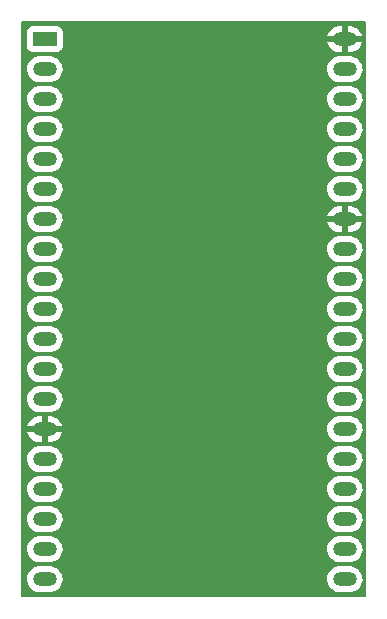
<source format=gbr>
%TF.GenerationSoftware,KiCad,Pcbnew,7.0.9-7.0.9~ubuntu20.04.1*%
%TF.CreationDate,2023-12-24T08:58:33+01:00*%
%TF.ProjectId,mitsubishi2MQTT_esp32dev,6d697473-7562-4697-9368-69324d515454,rev?*%
%TF.SameCoordinates,Original*%
%TF.FileFunction,Copper,L2,Bot*%
%TF.FilePolarity,Positive*%
%FSLAX46Y46*%
G04 Gerber Fmt 4.6, Leading zero omitted, Abs format (unit mm)*
G04 Created by KiCad (PCBNEW 7.0.9-7.0.9~ubuntu20.04.1) date 2023-12-24 08:58:33*
%MOMM*%
%LPD*%
G01*
G04 APERTURE LIST*
%TA.AperFunction,ComponentPad*%
%ADD10R,2.000000X1.200000*%
%TD*%
%TA.AperFunction,ComponentPad*%
%ADD11O,2.000000X1.200000*%
%TD*%
G04 APERTURE END LIST*
D10*
%TO.P,U1,1,3V3*%
%TO.N,3V3*%
X77960000Y-60960000D03*
D11*
%TO.P,U1,2,CHIP_PU*%
%TO.N,unconnected-(U1-CHIP_PU-Pad2)*%
X77960000Y-63500000D03*
%TO.P,U1,3,SENSOR_VP/GPIO36/ADC1_CH0*%
%TO.N,unconnected-(U1-SENSOR_VP{slash}GPIO36{slash}ADC1_CH0-Pad3)*%
X77960000Y-66040000D03*
%TO.P,U1,4,SENSOR_VN/GPIO39/ADC1_CH3*%
%TO.N,unconnected-(U1-SENSOR_VN{slash}GPIO39{slash}ADC1_CH3-Pad4)*%
X77960000Y-68580000D03*
%TO.P,U1,5,VDET_1/GPIO34/ADC1_CH6*%
%TO.N,unconnected-(U1-VDET_1{slash}GPIO34{slash}ADC1_CH6-Pad5)*%
X77960000Y-71120000D03*
%TO.P,U1,6,VDET_2/GPIO35/ADC1_CH7*%
%TO.N,unconnected-(U1-VDET_2{slash}GPIO35{slash}ADC1_CH7-Pad6)*%
X77960000Y-73660000D03*
%TO.P,U1,7,32K_XP/GPIO32/ADC1_CH4*%
%TO.N,unconnected-(U1-32K_XP{slash}GPIO32{slash}ADC1_CH4-Pad7)*%
X77960000Y-76200000D03*
%TO.P,U1,8,32K_XN/GPIO33/ADC1_CH5*%
%TO.N,unconnected-(U1-32K_XN{slash}GPIO33{slash}ADC1_CH5-Pad8)*%
X77960000Y-78740000D03*
%TO.P,U1,9,DAC_1/ADC2_CH8/GPIO25*%
%TO.N,unconnected-(U1-DAC_1{slash}ADC2_CH8{slash}GPIO25-Pad9)*%
X77960000Y-81280000D03*
%TO.P,U1,10,DAC_2/ADC2_CH9/GPIO26*%
%TO.N,unconnected-(U1-DAC_2{slash}ADC2_CH9{slash}GPIO26-Pad10)*%
X77960000Y-83820000D03*
%TO.P,U1,11,ADC2_CH7/GPIO27*%
%TO.N,unconnected-(U1-ADC2_CH7{slash}GPIO27-Pad11)*%
X77960000Y-86360000D03*
%TO.P,U1,12,MTMS/GPIO14/ADC2_CH6*%
%TO.N,unconnected-(U1-MTMS{slash}GPIO14{slash}ADC2_CH6-Pad12)*%
X77960000Y-88900000D03*
%TO.P,U1,13,MTDI/GPIO12/ADC2_CH5*%
%TO.N,unconnected-(U1-MTDI{slash}GPIO12{slash}ADC2_CH5-Pad13)*%
X77960000Y-91440000D03*
%TO.P,U1,14,GND*%
%TO.N,GND*%
X77960000Y-93980000D03*
%TO.P,U1,15,MTCK/GPIO13/ADC2_CH4*%
%TO.N,unconnected-(U1-MTCK{slash}GPIO13{slash}ADC2_CH4-Pad15)*%
X77960000Y-96520000D03*
%TO.P,U1,16,SD_DATA2/GPIO9*%
%TO.N,unconnected-(U1-SD_DATA2{slash}GPIO9-Pad16)*%
X77960000Y-99060000D03*
%TO.P,U1,17,SD_DATA3/GPIO10*%
%TO.N,unconnected-(U1-SD_DATA3{slash}GPIO10-Pad17)*%
X77960000Y-101600000D03*
%TO.P,U1,18,CMD*%
%TO.N,unconnected-(U1-CMD-Pad18)*%
X77960000Y-104140000D03*
%TO.P,U1,19,5V*%
%TO.N,5V*%
X77960000Y-106680000D03*
%TO.P,U1,20,SD_CLK/GPIO6*%
%TO.N,unconnected-(U1-SD_CLK{slash}GPIO6-Pad20)*%
X103356320Y-106677280D03*
%TO.P,U1,21,SD_DATA0/GPIO7*%
%TO.N,unconnected-(U1-SD_DATA0{slash}GPIO7-Pad21)*%
X103356320Y-104137280D03*
%TO.P,U1,22,SD_DATA1/GPIO8*%
%TO.N,unconnected-(U1-SD_DATA1{slash}GPIO8-Pad22)*%
X103360000Y-101600000D03*
%TO.P,U1,23,MTDO/GPIO15/ADC2_CH3*%
%TO.N,unconnected-(U1-MTDO{slash}GPIO15{slash}ADC2_CH3-Pad23)*%
X103360000Y-99060000D03*
%TO.P,U1,24,ADC2_CH2/GPIO2*%
%TO.N,U1RX*%
X103360000Y-96520000D03*
%TO.P,U1,25,GPIO0/BOOT/ADC2_CH1*%
%TO.N,unconnected-(U1-GPIO0{slash}BOOT{slash}ADC2_CH1-Pad25)*%
X103360000Y-93980000D03*
%TO.P,U1,26,ADC2_CH0/GPIO4*%
%TO.N,U1TX*%
X103360000Y-91440000D03*
%TO.P,U1,27,GPIO16*%
%TO.N,unconnected-(U1-GPIO16-Pad27)*%
X103360000Y-88900000D03*
%TO.P,U1,28,GPIO17*%
%TO.N,unconnected-(U1-GPIO17-Pad28)*%
X103360000Y-86360000D03*
%TO.P,U1,29,GPIO5*%
%TO.N,unconnected-(U1-GPIO5-Pad29)*%
X103360000Y-83820000D03*
%TO.P,U1,30,GPIO18*%
%TO.N,unconnected-(U1-GPIO18-Pad30)*%
X103360000Y-81280000D03*
%TO.P,U1,31,GPIO19*%
%TO.N,unconnected-(U1-GPIO19-Pad31)*%
X103360000Y-78740000D03*
%TO.P,U1,32,GND*%
%TO.N,GND*%
X103360000Y-76200000D03*
%TO.P,U1,33,GPIO21*%
%TO.N,unconnected-(U1-GPIO21-Pad33)*%
X103360000Y-73660000D03*
%TO.P,U1,34,U0RXD/GPIO3*%
%TO.N,unconnected-(U1-U0RXD{slash}GPIO3-Pad34)*%
X103360000Y-71120000D03*
%TO.P,U1,35,U0TXD/GPIO1*%
%TO.N,unconnected-(U1-U0TXD{slash}GPIO1-Pad35)*%
X103360000Y-68580000D03*
%TO.P,U1,36,GPIO22*%
%TO.N,unconnected-(U1-GPIO22-Pad36)*%
X103360000Y-66040000D03*
%TO.P,U1,37,GPIO23*%
%TO.N,unconnected-(U1-GPIO23-Pad37)*%
X103360000Y-63500000D03*
%TO.P,U1,38,GND*%
%TO.N,GND*%
X103360000Y-60960000D03*
%TD*%
%TA.AperFunction,Conductor*%
%TO.N,GND*%
G36*
X105099039Y-59455685D02*
G01*
X105144794Y-59508489D01*
X105156000Y-59560000D01*
X105156000Y-108080000D01*
X105136315Y-108147039D01*
X105083511Y-108192794D01*
X105032000Y-108204000D01*
X76070000Y-108204000D01*
X76002961Y-108184315D01*
X75957206Y-108131511D01*
X75946000Y-108080000D01*
X75946000Y-106627401D01*
X76455746Y-106627401D01*
X76465745Y-106837327D01*
X76515296Y-107041578D01*
X76515298Y-107041582D01*
X76602598Y-107232743D01*
X76602601Y-107232748D01*
X76602602Y-107232750D01*
X76602604Y-107232753D01*
X76665627Y-107321256D01*
X76724515Y-107403953D01*
X76724520Y-107403959D01*
X76876620Y-107548985D01*
X76971578Y-107610011D01*
X77053428Y-107662613D01*
X77248543Y-107740725D01*
X77351729Y-107760612D01*
X77454914Y-107780500D01*
X77454915Y-107780500D01*
X78412419Y-107780500D01*
X78412425Y-107780500D01*
X78569218Y-107765528D01*
X78770875Y-107706316D01*
X78957682Y-107610011D01*
X79122886Y-107480092D01*
X79260519Y-107321256D01*
X79262090Y-107318536D01*
X79365601Y-107139249D01*
X79365600Y-107139249D01*
X79365604Y-107139244D01*
X79434344Y-106940633D01*
X79464254Y-106732602D01*
X79459113Y-106624681D01*
X101852066Y-106624681D01*
X101862065Y-106834607D01*
X101911616Y-107038858D01*
X101911618Y-107038862D01*
X101998918Y-107230023D01*
X101998921Y-107230028D01*
X101998922Y-107230030D01*
X101998924Y-107230033D01*
X102120834Y-107401232D01*
X102120835Y-107401233D01*
X102120840Y-107401239D01*
X102272940Y-107546265D01*
X102414117Y-107636994D01*
X102449748Y-107659893D01*
X102644863Y-107738005D01*
X102748049Y-107757892D01*
X102851234Y-107777780D01*
X102851235Y-107777780D01*
X103808739Y-107777780D01*
X103808745Y-107777780D01*
X103965538Y-107762808D01*
X104167195Y-107703596D01*
X104354002Y-107607291D01*
X104519206Y-107477372D01*
X104656839Y-107318536D01*
X104761924Y-107136524D01*
X104830664Y-106937913D01*
X104860574Y-106729882D01*
X104850574Y-106519950D01*
X104801024Y-106315704D01*
X104757660Y-106220750D01*
X104713721Y-106124536D01*
X104713718Y-106124531D01*
X104713717Y-106124530D01*
X104713716Y-106124527D01*
X104591806Y-105953328D01*
X104591804Y-105953326D01*
X104591799Y-105953320D01*
X104439699Y-105808294D01*
X104262894Y-105694668D01*
X104067775Y-105616554D01*
X103861406Y-105576780D01*
X103861405Y-105576780D01*
X102903895Y-105576780D01*
X102747102Y-105591752D01*
X102747098Y-105591753D01*
X102545447Y-105650963D01*
X102358633Y-105747271D01*
X102193436Y-105877185D01*
X102193432Y-105877189D01*
X102055798Y-106036026D01*
X101950718Y-106218030D01*
X101881976Y-106416645D01*
X101881976Y-106416647D01*
X101866733Y-106522670D01*
X101852066Y-106624681D01*
X79459113Y-106624681D01*
X79454254Y-106522670D01*
X79404704Y-106318424D01*
X79403462Y-106315704D01*
X79317401Y-106127256D01*
X79317398Y-106127251D01*
X79317397Y-106127250D01*
X79317396Y-106127247D01*
X79195486Y-105956048D01*
X79195484Y-105956046D01*
X79195479Y-105956040D01*
X79043379Y-105811014D01*
X78866574Y-105697388D01*
X78859777Y-105694667D01*
X78671457Y-105619275D01*
X78671455Y-105619274D01*
X78465086Y-105579500D01*
X78465085Y-105579500D01*
X77507575Y-105579500D01*
X77350782Y-105594472D01*
X77350778Y-105594473D01*
X77149127Y-105653683D01*
X76962313Y-105749991D01*
X76797116Y-105879905D01*
X76797112Y-105879909D01*
X76659478Y-106038746D01*
X76554398Y-106220750D01*
X76485656Y-106419365D01*
X76485656Y-106419367D01*
X76456138Y-106624678D01*
X76455746Y-106627401D01*
X75946000Y-106627401D01*
X75946000Y-104087401D01*
X76455746Y-104087401D01*
X76465745Y-104297327D01*
X76515296Y-104501578D01*
X76515298Y-104501582D01*
X76602598Y-104692743D01*
X76602601Y-104692748D01*
X76602602Y-104692750D01*
X76602604Y-104692753D01*
X76665627Y-104781256D01*
X76724515Y-104863953D01*
X76724520Y-104863959D01*
X76876620Y-105008985D01*
X76971578Y-105070011D01*
X77053428Y-105122613D01*
X77248543Y-105200725D01*
X77351729Y-105220612D01*
X77454914Y-105240500D01*
X77454915Y-105240500D01*
X78412419Y-105240500D01*
X78412425Y-105240500D01*
X78569218Y-105225528D01*
X78770875Y-105166316D01*
X78957682Y-105070011D01*
X79122886Y-104940092D01*
X79260519Y-104781256D01*
X79262090Y-104778536D01*
X79365601Y-104599249D01*
X79365600Y-104599249D01*
X79365604Y-104599244D01*
X79434344Y-104400633D01*
X79464254Y-104192602D01*
X79459113Y-104084681D01*
X101852066Y-104084681D01*
X101862065Y-104294607D01*
X101911616Y-104498858D01*
X101911618Y-104498862D01*
X101998918Y-104690023D01*
X101998921Y-104690028D01*
X101998922Y-104690030D01*
X101998924Y-104690033D01*
X102120834Y-104861232D01*
X102120835Y-104861233D01*
X102120840Y-104861239D01*
X102272940Y-105006265D01*
X102414117Y-105096994D01*
X102449748Y-105119893D01*
X102644863Y-105198005D01*
X102748049Y-105217892D01*
X102851234Y-105237780D01*
X102851235Y-105237780D01*
X103808739Y-105237780D01*
X103808745Y-105237780D01*
X103965538Y-105222808D01*
X104167195Y-105163596D01*
X104354002Y-105067291D01*
X104519206Y-104937372D01*
X104656839Y-104778536D01*
X104761924Y-104596524D01*
X104830664Y-104397913D01*
X104860574Y-104189882D01*
X104850574Y-103979950D01*
X104801024Y-103775704D01*
X104757660Y-103680750D01*
X104713721Y-103584536D01*
X104713718Y-103584531D01*
X104713717Y-103584530D01*
X104713716Y-103584527D01*
X104591806Y-103413328D01*
X104591804Y-103413326D01*
X104591799Y-103413320D01*
X104439699Y-103268294D01*
X104262894Y-103154668D01*
X104067775Y-103076554D01*
X103861406Y-103036780D01*
X103861405Y-103036780D01*
X102903895Y-103036780D01*
X102747102Y-103051752D01*
X102747098Y-103051753D01*
X102545447Y-103110963D01*
X102358633Y-103207271D01*
X102193436Y-103337185D01*
X102193432Y-103337189D01*
X102055798Y-103496026D01*
X101950718Y-103678030D01*
X101881976Y-103876645D01*
X101881976Y-103876647D01*
X101866733Y-103982670D01*
X101852066Y-104084681D01*
X79459113Y-104084681D01*
X79454254Y-103982670D01*
X79404704Y-103778424D01*
X79403462Y-103775704D01*
X79317401Y-103587256D01*
X79317398Y-103587251D01*
X79317397Y-103587250D01*
X79317396Y-103587247D01*
X79195486Y-103416048D01*
X79195484Y-103416046D01*
X79195479Y-103416040D01*
X79043379Y-103271014D01*
X78866574Y-103157388D01*
X78859777Y-103154667D01*
X78671457Y-103079275D01*
X78671455Y-103079274D01*
X78465086Y-103039500D01*
X78465085Y-103039500D01*
X77507575Y-103039500D01*
X77350782Y-103054472D01*
X77350778Y-103054473D01*
X77149127Y-103113683D01*
X76962313Y-103209991D01*
X76797116Y-103339905D01*
X76797112Y-103339909D01*
X76659478Y-103498746D01*
X76554398Y-103680750D01*
X76485656Y-103879365D01*
X76485656Y-103879367D01*
X76456138Y-104084678D01*
X76455746Y-104087401D01*
X75946000Y-104087401D01*
X75946000Y-101547401D01*
X76455746Y-101547401D01*
X76465745Y-101757327D01*
X76515296Y-101961578D01*
X76515298Y-101961582D01*
X76602598Y-102152743D01*
X76602601Y-102152748D01*
X76602602Y-102152750D01*
X76602604Y-102152753D01*
X76665627Y-102241256D01*
X76724515Y-102323953D01*
X76724520Y-102323959D01*
X76876620Y-102468985D01*
X76971578Y-102530011D01*
X77053428Y-102582613D01*
X77248543Y-102660725D01*
X77351729Y-102680612D01*
X77454914Y-102700500D01*
X77454915Y-102700500D01*
X78412419Y-102700500D01*
X78412425Y-102700500D01*
X78569218Y-102685528D01*
X78770875Y-102626316D01*
X78957682Y-102530011D01*
X79122886Y-102400092D01*
X79260519Y-102241256D01*
X79365604Y-102059244D01*
X79434344Y-101860633D01*
X79464254Y-101652602D01*
X79459243Y-101547401D01*
X101855746Y-101547401D01*
X101865745Y-101757327D01*
X101915296Y-101961578D01*
X101915298Y-101961582D01*
X102002598Y-102152743D01*
X102002601Y-102152748D01*
X102002602Y-102152750D01*
X102002604Y-102152753D01*
X102065627Y-102241256D01*
X102124515Y-102323953D01*
X102124520Y-102323959D01*
X102276620Y-102468985D01*
X102371578Y-102530011D01*
X102453428Y-102582613D01*
X102648543Y-102660725D01*
X102751729Y-102680612D01*
X102854914Y-102700500D01*
X102854915Y-102700500D01*
X103812419Y-102700500D01*
X103812425Y-102700500D01*
X103969218Y-102685528D01*
X104170875Y-102626316D01*
X104357682Y-102530011D01*
X104522886Y-102400092D01*
X104660519Y-102241256D01*
X104765604Y-102059244D01*
X104834344Y-101860633D01*
X104864254Y-101652602D01*
X104854254Y-101442670D01*
X104804704Y-101238424D01*
X104804701Y-101238417D01*
X104717401Y-101047256D01*
X104717398Y-101047251D01*
X104717397Y-101047250D01*
X104717396Y-101047247D01*
X104595486Y-100876048D01*
X104595484Y-100876046D01*
X104595479Y-100876040D01*
X104443379Y-100731014D01*
X104266574Y-100617388D01*
X104071455Y-100539274D01*
X103865086Y-100499500D01*
X103865085Y-100499500D01*
X102907575Y-100499500D01*
X102750782Y-100514472D01*
X102750778Y-100514473D01*
X102549127Y-100573683D01*
X102362313Y-100669991D01*
X102197116Y-100799905D01*
X102197112Y-100799909D01*
X102059478Y-100958746D01*
X101954398Y-101140750D01*
X101885656Y-101339365D01*
X101885656Y-101339367D01*
X101870804Y-101442670D01*
X101855746Y-101547401D01*
X79459243Y-101547401D01*
X79454254Y-101442670D01*
X79404704Y-101238424D01*
X79404701Y-101238417D01*
X79317401Y-101047256D01*
X79317398Y-101047251D01*
X79317397Y-101047250D01*
X79317396Y-101047247D01*
X79195486Y-100876048D01*
X79195484Y-100876046D01*
X79195479Y-100876040D01*
X79043379Y-100731014D01*
X78866574Y-100617388D01*
X78671455Y-100539274D01*
X78465086Y-100499500D01*
X78465085Y-100499500D01*
X77507575Y-100499500D01*
X77350782Y-100514472D01*
X77350778Y-100514473D01*
X77149127Y-100573683D01*
X76962313Y-100669991D01*
X76797116Y-100799905D01*
X76797112Y-100799909D01*
X76659478Y-100958746D01*
X76554398Y-101140750D01*
X76485656Y-101339365D01*
X76485656Y-101339367D01*
X76470804Y-101442670D01*
X76455746Y-101547401D01*
X75946000Y-101547401D01*
X75946000Y-99007401D01*
X76455746Y-99007401D01*
X76465745Y-99217327D01*
X76515296Y-99421578D01*
X76515298Y-99421582D01*
X76602598Y-99612743D01*
X76602601Y-99612748D01*
X76602602Y-99612750D01*
X76602604Y-99612753D01*
X76665627Y-99701256D01*
X76724515Y-99783953D01*
X76724520Y-99783959D01*
X76876620Y-99928985D01*
X76971578Y-99990011D01*
X77053428Y-100042613D01*
X77248543Y-100120725D01*
X77351729Y-100140612D01*
X77454914Y-100160500D01*
X77454915Y-100160500D01*
X78412419Y-100160500D01*
X78412425Y-100160500D01*
X78569218Y-100145528D01*
X78770875Y-100086316D01*
X78957682Y-99990011D01*
X79122886Y-99860092D01*
X79260519Y-99701256D01*
X79365604Y-99519244D01*
X79434344Y-99320633D01*
X79464254Y-99112602D01*
X79459243Y-99007401D01*
X101855746Y-99007401D01*
X101865745Y-99217327D01*
X101915296Y-99421578D01*
X101915298Y-99421582D01*
X102002598Y-99612743D01*
X102002601Y-99612748D01*
X102002602Y-99612750D01*
X102002604Y-99612753D01*
X102065627Y-99701256D01*
X102124515Y-99783953D01*
X102124520Y-99783959D01*
X102276620Y-99928985D01*
X102371578Y-99990011D01*
X102453428Y-100042613D01*
X102648543Y-100120725D01*
X102751729Y-100140612D01*
X102854914Y-100160500D01*
X102854915Y-100160500D01*
X103812419Y-100160500D01*
X103812425Y-100160500D01*
X103969218Y-100145528D01*
X104170875Y-100086316D01*
X104357682Y-99990011D01*
X104522886Y-99860092D01*
X104660519Y-99701256D01*
X104765604Y-99519244D01*
X104834344Y-99320633D01*
X104864254Y-99112602D01*
X104854254Y-98902670D01*
X104804704Y-98698424D01*
X104804701Y-98698417D01*
X104717401Y-98507256D01*
X104717398Y-98507251D01*
X104717397Y-98507250D01*
X104717396Y-98507247D01*
X104595486Y-98336048D01*
X104595484Y-98336046D01*
X104595479Y-98336040D01*
X104443379Y-98191014D01*
X104266574Y-98077388D01*
X104071455Y-97999274D01*
X103865086Y-97959500D01*
X103865085Y-97959500D01*
X102907575Y-97959500D01*
X102750782Y-97974472D01*
X102750778Y-97974473D01*
X102549127Y-98033683D01*
X102362313Y-98129991D01*
X102197116Y-98259905D01*
X102197112Y-98259909D01*
X102059478Y-98418746D01*
X101954398Y-98600750D01*
X101885656Y-98799365D01*
X101885656Y-98799367D01*
X101870804Y-98902670D01*
X101855746Y-99007401D01*
X79459243Y-99007401D01*
X79454254Y-98902670D01*
X79404704Y-98698424D01*
X79404701Y-98698417D01*
X79317401Y-98507256D01*
X79317398Y-98507251D01*
X79317397Y-98507250D01*
X79317396Y-98507247D01*
X79195486Y-98336048D01*
X79195484Y-98336046D01*
X79195479Y-98336040D01*
X79043379Y-98191014D01*
X78866574Y-98077388D01*
X78671455Y-97999274D01*
X78465086Y-97959500D01*
X78465085Y-97959500D01*
X77507575Y-97959500D01*
X77350782Y-97974472D01*
X77350778Y-97974473D01*
X77149127Y-98033683D01*
X76962313Y-98129991D01*
X76797116Y-98259905D01*
X76797112Y-98259909D01*
X76659478Y-98418746D01*
X76554398Y-98600750D01*
X76485656Y-98799365D01*
X76485656Y-98799367D01*
X76470804Y-98902670D01*
X76455746Y-99007401D01*
X75946000Y-99007401D01*
X75946000Y-96467401D01*
X76455746Y-96467401D01*
X76465745Y-96677327D01*
X76515296Y-96881578D01*
X76515298Y-96881582D01*
X76602598Y-97072743D01*
X76602601Y-97072748D01*
X76602602Y-97072750D01*
X76602604Y-97072753D01*
X76665627Y-97161256D01*
X76724515Y-97243953D01*
X76724520Y-97243959D01*
X76876620Y-97388985D01*
X76971578Y-97450011D01*
X77053428Y-97502613D01*
X77248543Y-97580725D01*
X77351729Y-97600612D01*
X77454914Y-97620500D01*
X77454915Y-97620500D01*
X78412419Y-97620500D01*
X78412425Y-97620500D01*
X78569218Y-97605528D01*
X78770875Y-97546316D01*
X78957682Y-97450011D01*
X79122886Y-97320092D01*
X79260519Y-97161256D01*
X79365604Y-96979244D01*
X79434344Y-96780633D01*
X79464254Y-96572602D01*
X79459243Y-96467401D01*
X101855746Y-96467401D01*
X101865745Y-96677327D01*
X101915296Y-96881578D01*
X101915298Y-96881582D01*
X102002598Y-97072743D01*
X102002601Y-97072748D01*
X102002602Y-97072750D01*
X102002604Y-97072753D01*
X102065627Y-97161256D01*
X102124515Y-97243953D01*
X102124520Y-97243959D01*
X102276620Y-97388985D01*
X102371578Y-97450011D01*
X102453428Y-97502613D01*
X102648543Y-97580725D01*
X102751729Y-97600612D01*
X102854914Y-97620500D01*
X102854915Y-97620500D01*
X103812419Y-97620500D01*
X103812425Y-97620500D01*
X103969218Y-97605528D01*
X104170875Y-97546316D01*
X104357682Y-97450011D01*
X104522886Y-97320092D01*
X104660519Y-97161256D01*
X104765604Y-96979244D01*
X104834344Y-96780633D01*
X104864254Y-96572602D01*
X104854254Y-96362670D01*
X104804704Y-96158424D01*
X104804701Y-96158417D01*
X104717401Y-95967256D01*
X104717398Y-95967251D01*
X104717397Y-95967250D01*
X104717396Y-95967247D01*
X104595486Y-95796048D01*
X104595484Y-95796046D01*
X104595479Y-95796040D01*
X104443379Y-95651014D01*
X104266574Y-95537388D01*
X104071455Y-95459274D01*
X103865086Y-95419500D01*
X103865085Y-95419500D01*
X102907575Y-95419500D01*
X102750782Y-95434472D01*
X102750778Y-95434473D01*
X102549127Y-95493683D01*
X102362313Y-95589991D01*
X102197116Y-95719905D01*
X102197112Y-95719909D01*
X102059478Y-95878746D01*
X101954398Y-96060750D01*
X101885656Y-96259365D01*
X101885656Y-96259367D01*
X101870804Y-96362670D01*
X101855746Y-96467401D01*
X79459243Y-96467401D01*
X79454254Y-96362670D01*
X79404704Y-96158424D01*
X79404701Y-96158417D01*
X79317401Y-95967256D01*
X79317398Y-95967251D01*
X79317397Y-95967250D01*
X79317396Y-95967247D01*
X79195486Y-95796048D01*
X79195484Y-95796046D01*
X79195479Y-95796040D01*
X79043379Y-95651014D01*
X78866574Y-95537388D01*
X78671455Y-95459274D01*
X78465086Y-95419500D01*
X78465085Y-95419500D01*
X77507575Y-95419500D01*
X77350782Y-95434472D01*
X77350778Y-95434473D01*
X77149127Y-95493683D01*
X76962313Y-95589991D01*
X76797116Y-95719905D01*
X76797112Y-95719909D01*
X76659478Y-95878746D01*
X76554398Y-96060750D01*
X76485656Y-96259365D01*
X76485656Y-96259367D01*
X76470804Y-96362670D01*
X76455746Y-96467401D01*
X75946000Y-96467401D01*
X75946000Y-93730000D01*
X76484632Y-93730000D01*
X77644314Y-93730000D01*
X77632359Y-93741955D01*
X77574835Y-93854852D01*
X77555014Y-93980000D01*
X77574835Y-94105148D01*
X77632359Y-94218045D01*
X77644314Y-94230000D01*
X76488742Y-94230000D01*
X76515770Y-94341409D01*
X76603040Y-94532507D01*
X76724889Y-94703619D01*
X76724895Y-94703625D01*
X76876932Y-94848592D01*
X77053657Y-94962166D01*
X77248685Y-95040244D01*
X77454962Y-95080000D01*
X77710000Y-95080000D01*
X77710000Y-94295686D01*
X77721955Y-94307641D01*
X77834852Y-94365165D01*
X77928519Y-94380000D01*
X77991481Y-94380000D01*
X78085148Y-94365165D01*
X78198045Y-94307641D01*
X78210000Y-94295686D01*
X78210000Y-95080000D01*
X78412398Y-95080000D01*
X78569122Y-95065034D01*
X78569126Y-95065033D01*
X78770686Y-95005850D01*
X78957414Y-94909586D01*
X79122537Y-94779731D01*
X79122540Y-94779728D01*
X79260105Y-94620969D01*
X79260114Y-94620958D01*
X79365144Y-94439039D01*
X79365147Y-94439032D01*
X79433855Y-94240517D01*
X79433855Y-94240515D01*
X79435368Y-94230000D01*
X78275686Y-94230000D01*
X78287641Y-94218045D01*
X78345165Y-94105148D01*
X78364986Y-93980000D01*
X78356655Y-93927401D01*
X101855746Y-93927401D01*
X101865745Y-94137327D01*
X101915296Y-94341578D01*
X101915298Y-94341582D01*
X102002598Y-94532743D01*
X102002601Y-94532748D01*
X102002602Y-94532750D01*
X102002604Y-94532753D01*
X102065627Y-94621256D01*
X102124515Y-94703953D01*
X102124520Y-94703959D01*
X102276620Y-94848985D01*
X102371578Y-94910011D01*
X102453428Y-94962613D01*
X102648543Y-95040725D01*
X102751729Y-95060612D01*
X102854914Y-95080500D01*
X102854915Y-95080500D01*
X103812419Y-95080500D01*
X103812425Y-95080500D01*
X103969218Y-95065528D01*
X104170875Y-95006316D01*
X104357682Y-94910011D01*
X104358223Y-94909586D01*
X104522883Y-94780094D01*
X104522886Y-94780092D01*
X104660519Y-94621256D01*
X104765604Y-94439244D01*
X104834344Y-94240633D01*
X104864254Y-94032602D01*
X104854254Y-93822670D01*
X104804704Y-93618424D01*
X104793931Y-93594835D01*
X104717401Y-93427256D01*
X104717398Y-93427251D01*
X104717397Y-93427250D01*
X104717396Y-93427247D01*
X104595486Y-93256048D01*
X104595484Y-93256046D01*
X104595479Y-93256040D01*
X104443379Y-93111014D01*
X104266574Y-92997388D01*
X104071455Y-92919274D01*
X103865086Y-92879500D01*
X103865085Y-92879500D01*
X102907575Y-92879500D01*
X102750782Y-92894472D01*
X102750778Y-92894473D01*
X102549127Y-92953683D01*
X102362313Y-93049991D01*
X102197116Y-93179905D01*
X102197112Y-93179909D01*
X102059478Y-93338746D01*
X101954398Y-93520750D01*
X101885656Y-93719365D01*
X101885656Y-93719367D01*
X101866177Y-93854852D01*
X101855746Y-93927401D01*
X78356655Y-93927401D01*
X78345165Y-93854852D01*
X78287641Y-93741955D01*
X78275686Y-93730000D01*
X79431257Y-93730000D01*
X79404229Y-93618590D01*
X79316959Y-93427492D01*
X79195110Y-93256380D01*
X79195104Y-93256374D01*
X79043067Y-93111407D01*
X78866342Y-92997833D01*
X78671314Y-92919755D01*
X78465038Y-92880000D01*
X78210000Y-92880000D01*
X78210000Y-93664314D01*
X78198045Y-93652359D01*
X78085148Y-93594835D01*
X77991481Y-93580000D01*
X77928519Y-93580000D01*
X77834852Y-93594835D01*
X77721955Y-93652359D01*
X77710000Y-93664314D01*
X77710000Y-92880000D01*
X77507602Y-92880000D01*
X77350877Y-92894965D01*
X77350873Y-92894966D01*
X77149313Y-92954149D01*
X76962585Y-93050413D01*
X76797462Y-93180268D01*
X76797459Y-93180271D01*
X76659894Y-93339030D01*
X76659885Y-93339041D01*
X76554855Y-93520960D01*
X76554852Y-93520967D01*
X76486144Y-93719482D01*
X76486144Y-93719484D01*
X76484632Y-93730000D01*
X75946000Y-93730000D01*
X75946000Y-91387401D01*
X76455746Y-91387401D01*
X76465745Y-91597327D01*
X76515296Y-91801578D01*
X76515298Y-91801582D01*
X76602598Y-91992743D01*
X76602601Y-91992748D01*
X76602602Y-91992750D01*
X76602604Y-91992753D01*
X76665627Y-92081256D01*
X76724515Y-92163953D01*
X76724520Y-92163959D01*
X76876620Y-92308985D01*
X76971578Y-92370011D01*
X77053428Y-92422613D01*
X77248543Y-92500725D01*
X77351729Y-92520612D01*
X77454914Y-92540500D01*
X77454915Y-92540500D01*
X78412419Y-92540500D01*
X78412425Y-92540500D01*
X78569218Y-92525528D01*
X78770875Y-92466316D01*
X78957682Y-92370011D01*
X79122886Y-92240092D01*
X79260519Y-92081256D01*
X79365604Y-91899244D01*
X79434344Y-91700633D01*
X79464254Y-91492602D01*
X79459243Y-91387401D01*
X101855746Y-91387401D01*
X101865745Y-91597327D01*
X101915296Y-91801578D01*
X101915298Y-91801582D01*
X102002598Y-91992743D01*
X102002601Y-91992748D01*
X102002602Y-91992750D01*
X102002604Y-91992753D01*
X102065627Y-92081256D01*
X102124515Y-92163953D01*
X102124520Y-92163959D01*
X102276620Y-92308985D01*
X102371578Y-92370011D01*
X102453428Y-92422613D01*
X102648543Y-92500725D01*
X102751729Y-92520612D01*
X102854914Y-92540500D01*
X102854915Y-92540500D01*
X103812419Y-92540500D01*
X103812425Y-92540500D01*
X103969218Y-92525528D01*
X104170875Y-92466316D01*
X104357682Y-92370011D01*
X104522886Y-92240092D01*
X104660519Y-92081256D01*
X104765604Y-91899244D01*
X104834344Y-91700633D01*
X104864254Y-91492602D01*
X104854254Y-91282670D01*
X104804704Y-91078424D01*
X104804701Y-91078417D01*
X104717401Y-90887256D01*
X104717398Y-90887251D01*
X104717397Y-90887250D01*
X104717396Y-90887247D01*
X104595486Y-90716048D01*
X104595484Y-90716046D01*
X104595479Y-90716040D01*
X104443379Y-90571014D01*
X104266574Y-90457388D01*
X104071455Y-90379274D01*
X103865086Y-90339500D01*
X103865085Y-90339500D01*
X102907575Y-90339500D01*
X102750782Y-90354472D01*
X102750778Y-90354473D01*
X102549127Y-90413683D01*
X102362313Y-90509991D01*
X102197116Y-90639905D01*
X102197112Y-90639909D01*
X102059478Y-90798746D01*
X101954398Y-90980750D01*
X101885656Y-91179365D01*
X101885656Y-91179367D01*
X101870804Y-91282670D01*
X101855746Y-91387401D01*
X79459243Y-91387401D01*
X79454254Y-91282670D01*
X79404704Y-91078424D01*
X79404701Y-91078417D01*
X79317401Y-90887256D01*
X79317398Y-90887251D01*
X79317397Y-90887250D01*
X79317396Y-90887247D01*
X79195486Y-90716048D01*
X79195484Y-90716046D01*
X79195479Y-90716040D01*
X79043379Y-90571014D01*
X78866574Y-90457388D01*
X78671455Y-90379274D01*
X78465086Y-90339500D01*
X78465085Y-90339500D01*
X77507575Y-90339500D01*
X77350782Y-90354472D01*
X77350778Y-90354473D01*
X77149127Y-90413683D01*
X76962313Y-90509991D01*
X76797116Y-90639905D01*
X76797112Y-90639909D01*
X76659478Y-90798746D01*
X76554398Y-90980750D01*
X76485656Y-91179365D01*
X76485656Y-91179367D01*
X76470804Y-91282670D01*
X76455746Y-91387401D01*
X75946000Y-91387401D01*
X75946000Y-88847401D01*
X76455746Y-88847401D01*
X76465745Y-89057327D01*
X76515296Y-89261578D01*
X76515298Y-89261582D01*
X76602598Y-89452743D01*
X76602601Y-89452748D01*
X76602602Y-89452750D01*
X76602604Y-89452753D01*
X76665627Y-89541256D01*
X76724515Y-89623953D01*
X76724520Y-89623959D01*
X76876620Y-89768985D01*
X76971578Y-89830011D01*
X77053428Y-89882613D01*
X77248543Y-89960725D01*
X77351729Y-89980612D01*
X77454914Y-90000500D01*
X77454915Y-90000500D01*
X78412419Y-90000500D01*
X78412425Y-90000500D01*
X78569218Y-89985528D01*
X78770875Y-89926316D01*
X78957682Y-89830011D01*
X79122886Y-89700092D01*
X79260519Y-89541256D01*
X79365604Y-89359244D01*
X79434344Y-89160633D01*
X79464254Y-88952602D01*
X79459243Y-88847401D01*
X101855746Y-88847401D01*
X101865745Y-89057327D01*
X101915296Y-89261578D01*
X101915298Y-89261582D01*
X102002598Y-89452743D01*
X102002601Y-89452748D01*
X102002602Y-89452750D01*
X102002604Y-89452753D01*
X102065627Y-89541256D01*
X102124515Y-89623953D01*
X102124520Y-89623959D01*
X102276620Y-89768985D01*
X102371578Y-89830011D01*
X102453428Y-89882613D01*
X102648543Y-89960725D01*
X102751729Y-89980612D01*
X102854914Y-90000500D01*
X102854915Y-90000500D01*
X103812419Y-90000500D01*
X103812425Y-90000500D01*
X103969218Y-89985528D01*
X104170875Y-89926316D01*
X104357682Y-89830011D01*
X104522886Y-89700092D01*
X104660519Y-89541256D01*
X104765604Y-89359244D01*
X104834344Y-89160633D01*
X104864254Y-88952602D01*
X104854254Y-88742670D01*
X104804704Y-88538424D01*
X104804701Y-88538417D01*
X104717401Y-88347256D01*
X104717398Y-88347251D01*
X104717397Y-88347250D01*
X104717396Y-88347247D01*
X104595486Y-88176048D01*
X104595484Y-88176046D01*
X104595479Y-88176040D01*
X104443379Y-88031014D01*
X104266574Y-87917388D01*
X104071455Y-87839274D01*
X103865086Y-87799500D01*
X103865085Y-87799500D01*
X102907575Y-87799500D01*
X102750782Y-87814472D01*
X102750778Y-87814473D01*
X102549127Y-87873683D01*
X102362313Y-87969991D01*
X102197116Y-88099905D01*
X102197112Y-88099909D01*
X102059478Y-88258746D01*
X101954398Y-88440750D01*
X101885656Y-88639365D01*
X101885656Y-88639367D01*
X101870804Y-88742670D01*
X101855746Y-88847401D01*
X79459243Y-88847401D01*
X79454254Y-88742670D01*
X79404704Y-88538424D01*
X79404701Y-88538417D01*
X79317401Y-88347256D01*
X79317398Y-88347251D01*
X79317397Y-88347250D01*
X79317396Y-88347247D01*
X79195486Y-88176048D01*
X79195484Y-88176046D01*
X79195479Y-88176040D01*
X79043379Y-88031014D01*
X78866574Y-87917388D01*
X78671455Y-87839274D01*
X78465086Y-87799500D01*
X78465085Y-87799500D01*
X77507575Y-87799500D01*
X77350782Y-87814472D01*
X77350778Y-87814473D01*
X77149127Y-87873683D01*
X76962313Y-87969991D01*
X76797116Y-88099905D01*
X76797112Y-88099909D01*
X76659478Y-88258746D01*
X76554398Y-88440750D01*
X76485656Y-88639365D01*
X76485656Y-88639367D01*
X76470804Y-88742670D01*
X76455746Y-88847401D01*
X75946000Y-88847401D01*
X75946000Y-86307401D01*
X76455746Y-86307401D01*
X76465745Y-86517327D01*
X76515296Y-86721578D01*
X76515298Y-86721582D01*
X76602598Y-86912743D01*
X76602601Y-86912748D01*
X76602602Y-86912750D01*
X76602604Y-86912753D01*
X76665627Y-87001256D01*
X76724515Y-87083953D01*
X76724520Y-87083959D01*
X76876620Y-87228985D01*
X76971578Y-87290011D01*
X77053428Y-87342613D01*
X77248543Y-87420725D01*
X77351729Y-87440612D01*
X77454914Y-87460500D01*
X77454915Y-87460500D01*
X78412419Y-87460500D01*
X78412425Y-87460500D01*
X78569218Y-87445528D01*
X78770875Y-87386316D01*
X78957682Y-87290011D01*
X79122886Y-87160092D01*
X79260519Y-87001256D01*
X79365604Y-86819244D01*
X79434344Y-86620633D01*
X79464254Y-86412602D01*
X79459243Y-86307401D01*
X101855746Y-86307401D01*
X101865745Y-86517327D01*
X101915296Y-86721578D01*
X101915298Y-86721582D01*
X102002598Y-86912743D01*
X102002601Y-86912748D01*
X102002602Y-86912750D01*
X102002604Y-86912753D01*
X102065627Y-87001256D01*
X102124515Y-87083953D01*
X102124520Y-87083959D01*
X102276620Y-87228985D01*
X102371578Y-87290011D01*
X102453428Y-87342613D01*
X102648543Y-87420725D01*
X102751729Y-87440612D01*
X102854914Y-87460500D01*
X102854915Y-87460500D01*
X103812419Y-87460500D01*
X103812425Y-87460500D01*
X103969218Y-87445528D01*
X104170875Y-87386316D01*
X104357682Y-87290011D01*
X104522886Y-87160092D01*
X104660519Y-87001256D01*
X104765604Y-86819244D01*
X104834344Y-86620633D01*
X104864254Y-86412602D01*
X104854254Y-86202670D01*
X104804704Y-85998424D01*
X104804701Y-85998417D01*
X104717401Y-85807256D01*
X104717398Y-85807251D01*
X104717397Y-85807250D01*
X104717396Y-85807247D01*
X104595486Y-85636048D01*
X104595484Y-85636046D01*
X104595479Y-85636040D01*
X104443379Y-85491014D01*
X104266574Y-85377388D01*
X104071455Y-85299274D01*
X103865086Y-85259500D01*
X103865085Y-85259500D01*
X102907575Y-85259500D01*
X102750782Y-85274472D01*
X102750778Y-85274473D01*
X102549127Y-85333683D01*
X102362313Y-85429991D01*
X102197116Y-85559905D01*
X102197112Y-85559909D01*
X102059478Y-85718746D01*
X101954398Y-85900750D01*
X101885656Y-86099365D01*
X101885656Y-86099367D01*
X101870804Y-86202670D01*
X101855746Y-86307401D01*
X79459243Y-86307401D01*
X79454254Y-86202670D01*
X79404704Y-85998424D01*
X79404701Y-85998417D01*
X79317401Y-85807256D01*
X79317398Y-85807251D01*
X79317397Y-85807250D01*
X79317396Y-85807247D01*
X79195486Y-85636048D01*
X79195484Y-85636046D01*
X79195479Y-85636040D01*
X79043379Y-85491014D01*
X78866574Y-85377388D01*
X78671455Y-85299274D01*
X78465086Y-85259500D01*
X78465085Y-85259500D01*
X77507575Y-85259500D01*
X77350782Y-85274472D01*
X77350778Y-85274473D01*
X77149127Y-85333683D01*
X76962313Y-85429991D01*
X76797116Y-85559905D01*
X76797112Y-85559909D01*
X76659478Y-85718746D01*
X76554398Y-85900750D01*
X76485656Y-86099365D01*
X76485656Y-86099367D01*
X76470804Y-86202670D01*
X76455746Y-86307401D01*
X75946000Y-86307401D01*
X75946000Y-83767401D01*
X76455746Y-83767401D01*
X76465745Y-83977327D01*
X76515296Y-84181578D01*
X76515298Y-84181582D01*
X76602598Y-84372743D01*
X76602601Y-84372748D01*
X76602602Y-84372750D01*
X76602604Y-84372753D01*
X76665627Y-84461256D01*
X76724515Y-84543953D01*
X76724520Y-84543959D01*
X76876620Y-84688985D01*
X76971578Y-84750011D01*
X77053428Y-84802613D01*
X77248543Y-84880725D01*
X77351729Y-84900612D01*
X77454914Y-84920500D01*
X77454915Y-84920500D01*
X78412419Y-84920500D01*
X78412425Y-84920500D01*
X78569218Y-84905528D01*
X78770875Y-84846316D01*
X78957682Y-84750011D01*
X79122886Y-84620092D01*
X79260519Y-84461256D01*
X79365604Y-84279244D01*
X79434344Y-84080633D01*
X79464254Y-83872602D01*
X79459243Y-83767401D01*
X101855746Y-83767401D01*
X101865745Y-83977327D01*
X101915296Y-84181578D01*
X101915298Y-84181582D01*
X102002598Y-84372743D01*
X102002601Y-84372748D01*
X102002602Y-84372750D01*
X102002604Y-84372753D01*
X102065627Y-84461256D01*
X102124515Y-84543953D01*
X102124520Y-84543959D01*
X102276620Y-84688985D01*
X102371578Y-84750011D01*
X102453428Y-84802613D01*
X102648543Y-84880725D01*
X102751729Y-84900612D01*
X102854914Y-84920500D01*
X102854915Y-84920500D01*
X103812419Y-84920500D01*
X103812425Y-84920500D01*
X103969218Y-84905528D01*
X104170875Y-84846316D01*
X104357682Y-84750011D01*
X104522886Y-84620092D01*
X104660519Y-84461256D01*
X104765604Y-84279244D01*
X104834344Y-84080633D01*
X104864254Y-83872602D01*
X104854254Y-83662670D01*
X104804704Y-83458424D01*
X104804701Y-83458417D01*
X104717401Y-83267256D01*
X104717398Y-83267251D01*
X104717397Y-83267250D01*
X104717396Y-83267247D01*
X104595486Y-83096048D01*
X104595484Y-83096046D01*
X104595479Y-83096040D01*
X104443379Y-82951014D01*
X104266574Y-82837388D01*
X104071455Y-82759274D01*
X103865086Y-82719500D01*
X103865085Y-82719500D01*
X102907575Y-82719500D01*
X102750782Y-82734472D01*
X102750778Y-82734473D01*
X102549127Y-82793683D01*
X102362313Y-82889991D01*
X102197116Y-83019905D01*
X102197112Y-83019909D01*
X102059478Y-83178746D01*
X101954398Y-83360750D01*
X101885656Y-83559365D01*
X101885656Y-83559367D01*
X101870804Y-83662670D01*
X101855746Y-83767401D01*
X79459243Y-83767401D01*
X79454254Y-83662670D01*
X79404704Y-83458424D01*
X79404701Y-83458417D01*
X79317401Y-83267256D01*
X79317398Y-83267251D01*
X79317397Y-83267250D01*
X79317396Y-83267247D01*
X79195486Y-83096048D01*
X79195484Y-83096046D01*
X79195479Y-83096040D01*
X79043379Y-82951014D01*
X78866574Y-82837388D01*
X78671455Y-82759274D01*
X78465086Y-82719500D01*
X78465085Y-82719500D01*
X77507575Y-82719500D01*
X77350782Y-82734472D01*
X77350778Y-82734473D01*
X77149127Y-82793683D01*
X76962313Y-82889991D01*
X76797116Y-83019905D01*
X76797112Y-83019909D01*
X76659478Y-83178746D01*
X76554398Y-83360750D01*
X76485656Y-83559365D01*
X76485656Y-83559367D01*
X76470804Y-83662670D01*
X76455746Y-83767401D01*
X75946000Y-83767401D01*
X75946000Y-81227401D01*
X76455746Y-81227401D01*
X76465745Y-81437327D01*
X76515296Y-81641578D01*
X76515298Y-81641582D01*
X76602598Y-81832743D01*
X76602601Y-81832748D01*
X76602602Y-81832750D01*
X76602604Y-81832753D01*
X76665627Y-81921256D01*
X76724515Y-82003953D01*
X76724520Y-82003959D01*
X76876620Y-82148985D01*
X76971578Y-82210011D01*
X77053428Y-82262613D01*
X77248543Y-82340725D01*
X77351729Y-82360612D01*
X77454914Y-82380500D01*
X77454915Y-82380500D01*
X78412419Y-82380500D01*
X78412425Y-82380500D01*
X78569218Y-82365528D01*
X78770875Y-82306316D01*
X78957682Y-82210011D01*
X79122886Y-82080092D01*
X79260519Y-81921256D01*
X79365604Y-81739244D01*
X79434344Y-81540633D01*
X79464254Y-81332602D01*
X79459243Y-81227401D01*
X101855746Y-81227401D01*
X101865745Y-81437327D01*
X101915296Y-81641578D01*
X101915298Y-81641582D01*
X102002598Y-81832743D01*
X102002601Y-81832748D01*
X102002602Y-81832750D01*
X102002604Y-81832753D01*
X102065627Y-81921256D01*
X102124515Y-82003953D01*
X102124520Y-82003959D01*
X102276620Y-82148985D01*
X102371578Y-82210011D01*
X102453428Y-82262613D01*
X102648543Y-82340725D01*
X102751729Y-82360612D01*
X102854914Y-82380500D01*
X102854915Y-82380500D01*
X103812419Y-82380500D01*
X103812425Y-82380500D01*
X103969218Y-82365528D01*
X104170875Y-82306316D01*
X104357682Y-82210011D01*
X104522886Y-82080092D01*
X104660519Y-81921256D01*
X104765604Y-81739244D01*
X104834344Y-81540633D01*
X104864254Y-81332602D01*
X104854254Y-81122670D01*
X104804704Y-80918424D01*
X104804701Y-80918417D01*
X104717401Y-80727256D01*
X104717398Y-80727251D01*
X104717397Y-80727250D01*
X104717396Y-80727247D01*
X104595486Y-80556048D01*
X104595484Y-80556046D01*
X104595479Y-80556040D01*
X104443379Y-80411014D01*
X104266574Y-80297388D01*
X104071455Y-80219274D01*
X103865086Y-80179500D01*
X103865085Y-80179500D01*
X102907575Y-80179500D01*
X102750782Y-80194472D01*
X102750778Y-80194473D01*
X102549127Y-80253683D01*
X102362313Y-80349991D01*
X102197116Y-80479905D01*
X102197112Y-80479909D01*
X102059478Y-80638746D01*
X101954398Y-80820750D01*
X101885656Y-81019365D01*
X101885656Y-81019367D01*
X101870804Y-81122670D01*
X101855746Y-81227401D01*
X79459243Y-81227401D01*
X79454254Y-81122670D01*
X79404704Y-80918424D01*
X79404701Y-80918417D01*
X79317401Y-80727256D01*
X79317398Y-80727251D01*
X79317397Y-80727250D01*
X79317396Y-80727247D01*
X79195486Y-80556048D01*
X79195484Y-80556046D01*
X79195479Y-80556040D01*
X79043379Y-80411014D01*
X78866574Y-80297388D01*
X78671455Y-80219274D01*
X78465086Y-80179500D01*
X78465085Y-80179500D01*
X77507575Y-80179500D01*
X77350782Y-80194472D01*
X77350778Y-80194473D01*
X77149127Y-80253683D01*
X76962313Y-80349991D01*
X76797116Y-80479905D01*
X76797112Y-80479909D01*
X76659478Y-80638746D01*
X76554398Y-80820750D01*
X76485656Y-81019365D01*
X76485656Y-81019367D01*
X76470804Y-81122670D01*
X76455746Y-81227401D01*
X75946000Y-81227401D01*
X75946000Y-78687401D01*
X76455746Y-78687401D01*
X76465745Y-78897327D01*
X76515296Y-79101578D01*
X76515298Y-79101582D01*
X76602598Y-79292743D01*
X76602601Y-79292748D01*
X76602602Y-79292750D01*
X76602604Y-79292753D01*
X76665627Y-79381256D01*
X76724515Y-79463953D01*
X76724520Y-79463959D01*
X76876620Y-79608985D01*
X76971578Y-79670011D01*
X77053428Y-79722613D01*
X77248543Y-79800725D01*
X77351729Y-79820612D01*
X77454914Y-79840500D01*
X77454915Y-79840500D01*
X78412419Y-79840500D01*
X78412425Y-79840500D01*
X78569218Y-79825528D01*
X78770875Y-79766316D01*
X78957682Y-79670011D01*
X79122886Y-79540092D01*
X79260519Y-79381256D01*
X79365604Y-79199244D01*
X79434344Y-79000633D01*
X79464254Y-78792602D01*
X79459243Y-78687401D01*
X101855746Y-78687401D01*
X101865745Y-78897327D01*
X101915296Y-79101578D01*
X101915298Y-79101582D01*
X102002598Y-79292743D01*
X102002601Y-79292748D01*
X102002602Y-79292750D01*
X102002604Y-79292753D01*
X102065627Y-79381256D01*
X102124515Y-79463953D01*
X102124520Y-79463959D01*
X102276620Y-79608985D01*
X102371578Y-79670011D01*
X102453428Y-79722613D01*
X102648543Y-79800725D01*
X102751729Y-79820612D01*
X102854914Y-79840500D01*
X102854915Y-79840500D01*
X103812419Y-79840500D01*
X103812425Y-79840500D01*
X103969218Y-79825528D01*
X104170875Y-79766316D01*
X104357682Y-79670011D01*
X104522886Y-79540092D01*
X104660519Y-79381256D01*
X104765604Y-79199244D01*
X104834344Y-79000633D01*
X104864254Y-78792602D01*
X104854254Y-78582670D01*
X104804704Y-78378424D01*
X104804701Y-78378417D01*
X104717401Y-78187256D01*
X104717398Y-78187251D01*
X104717397Y-78187250D01*
X104717396Y-78187247D01*
X104595486Y-78016048D01*
X104595484Y-78016046D01*
X104595479Y-78016040D01*
X104443379Y-77871014D01*
X104266574Y-77757388D01*
X104071455Y-77679274D01*
X103865086Y-77639500D01*
X103865085Y-77639500D01*
X102907575Y-77639500D01*
X102750782Y-77654472D01*
X102750778Y-77654473D01*
X102549127Y-77713683D01*
X102362313Y-77809991D01*
X102197116Y-77939905D01*
X102197112Y-77939909D01*
X102059478Y-78098746D01*
X101954398Y-78280750D01*
X101885656Y-78479365D01*
X101885656Y-78479367D01*
X101870804Y-78582670D01*
X101855746Y-78687401D01*
X79459243Y-78687401D01*
X79454254Y-78582670D01*
X79404704Y-78378424D01*
X79404701Y-78378417D01*
X79317401Y-78187256D01*
X79317398Y-78187251D01*
X79317397Y-78187250D01*
X79317396Y-78187247D01*
X79195486Y-78016048D01*
X79195484Y-78016046D01*
X79195479Y-78016040D01*
X79043379Y-77871014D01*
X78866574Y-77757388D01*
X78671455Y-77679274D01*
X78465086Y-77639500D01*
X78465085Y-77639500D01*
X77507575Y-77639500D01*
X77350782Y-77654472D01*
X77350778Y-77654473D01*
X77149127Y-77713683D01*
X76962313Y-77809991D01*
X76797116Y-77939905D01*
X76797112Y-77939909D01*
X76659478Y-78098746D01*
X76554398Y-78280750D01*
X76485656Y-78479365D01*
X76485656Y-78479367D01*
X76470804Y-78582670D01*
X76455746Y-78687401D01*
X75946000Y-78687401D01*
X75946000Y-76147401D01*
X76455746Y-76147401D01*
X76465745Y-76357327D01*
X76515296Y-76561578D01*
X76515298Y-76561582D01*
X76602598Y-76752743D01*
X76602601Y-76752748D01*
X76602602Y-76752750D01*
X76602604Y-76752753D01*
X76665627Y-76841256D01*
X76724515Y-76923953D01*
X76724520Y-76923959D01*
X76876620Y-77068985D01*
X76971578Y-77130011D01*
X77053428Y-77182613D01*
X77248543Y-77260725D01*
X77351729Y-77280612D01*
X77454914Y-77300500D01*
X77454915Y-77300500D01*
X78412419Y-77300500D01*
X78412425Y-77300500D01*
X78569218Y-77285528D01*
X78770875Y-77226316D01*
X78957682Y-77130011D01*
X78958223Y-77129586D01*
X79122883Y-77000094D01*
X79122886Y-77000092D01*
X79260519Y-76841256D01*
X79365604Y-76659244D01*
X79434344Y-76460633D01*
X79464254Y-76252602D01*
X79454254Y-76042670D01*
X79431772Y-75950000D01*
X101884632Y-75950000D01*
X103044314Y-75950000D01*
X103032359Y-75961955D01*
X102974835Y-76074852D01*
X102955014Y-76200000D01*
X102974835Y-76325148D01*
X103032359Y-76438045D01*
X103044314Y-76450000D01*
X101888742Y-76450000D01*
X101915770Y-76561409D01*
X102003040Y-76752507D01*
X102124889Y-76923619D01*
X102124895Y-76923625D01*
X102276932Y-77068592D01*
X102453657Y-77182166D01*
X102648685Y-77260244D01*
X102854962Y-77300000D01*
X103110000Y-77300000D01*
X103110000Y-76515686D01*
X103121955Y-76527641D01*
X103234852Y-76585165D01*
X103328519Y-76600000D01*
X103391481Y-76600000D01*
X103485148Y-76585165D01*
X103598045Y-76527641D01*
X103610000Y-76515686D01*
X103610000Y-77300000D01*
X103812398Y-77300000D01*
X103969122Y-77285034D01*
X103969126Y-77285033D01*
X104170686Y-77225850D01*
X104357414Y-77129586D01*
X104522537Y-76999731D01*
X104522540Y-76999728D01*
X104660105Y-76840969D01*
X104660114Y-76840958D01*
X104765144Y-76659039D01*
X104765147Y-76659032D01*
X104833855Y-76460517D01*
X104833855Y-76460515D01*
X104835368Y-76450000D01*
X103675686Y-76450000D01*
X103687641Y-76438045D01*
X103745165Y-76325148D01*
X103764986Y-76200000D01*
X103745165Y-76074852D01*
X103687641Y-75961955D01*
X103675686Y-75950000D01*
X104831257Y-75950000D01*
X104804229Y-75838590D01*
X104716959Y-75647492D01*
X104595110Y-75476380D01*
X104595104Y-75476374D01*
X104443067Y-75331407D01*
X104266342Y-75217833D01*
X104071314Y-75139755D01*
X103865038Y-75100000D01*
X103610000Y-75100000D01*
X103610000Y-75884314D01*
X103598045Y-75872359D01*
X103485148Y-75814835D01*
X103391481Y-75800000D01*
X103328519Y-75800000D01*
X103234852Y-75814835D01*
X103121955Y-75872359D01*
X103110000Y-75884314D01*
X103110000Y-75100000D01*
X102907602Y-75100000D01*
X102750877Y-75114965D01*
X102750873Y-75114966D01*
X102549313Y-75174149D01*
X102362585Y-75270413D01*
X102197462Y-75400268D01*
X102197459Y-75400271D01*
X102059894Y-75559030D01*
X102059885Y-75559041D01*
X101954855Y-75740960D01*
X101954852Y-75740967D01*
X101886144Y-75939482D01*
X101886144Y-75939484D01*
X101884632Y-75950000D01*
X79431772Y-75950000D01*
X79404704Y-75838424D01*
X79393931Y-75814835D01*
X79317401Y-75647256D01*
X79317398Y-75647251D01*
X79317397Y-75647250D01*
X79317396Y-75647247D01*
X79195486Y-75476048D01*
X79195484Y-75476046D01*
X79195479Y-75476040D01*
X79043379Y-75331014D01*
X78866574Y-75217388D01*
X78671455Y-75139274D01*
X78465086Y-75099500D01*
X78465085Y-75099500D01*
X77507575Y-75099500D01*
X77350782Y-75114472D01*
X77350778Y-75114473D01*
X77149127Y-75173683D01*
X76962313Y-75269991D01*
X76797116Y-75399905D01*
X76797112Y-75399909D01*
X76659478Y-75558746D01*
X76554398Y-75740750D01*
X76485656Y-75939365D01*
X76485656Y-75939367D01*
X76466177Y-76074852D01*
X76455746Y-76147401D01*
X75946000Y-76147401D01*
X75946000Y-73607401D01*
X76455746Y-73607401D01*
X76465745Y-73817327D01*
X76515296Y-74021578D01*
X76515298Y-74021582D01*
X76602598Y-74212743D01*
X76602601Y-74212748D01*
X76602602Y-74212750D01*
X76602604Y-74212753D01*
X76665627Y-74301256D01*
X76724515Y-74383953D01*
X76724520Y-74383959D01*
X76876620Y-74528985D01*
X76971578Y-74590011D01*
X77053428Y-74642613D01*
X77248543Y-74720725D01*
X77351729Y-74740612D01*
X77454914Y-74760500D01*
X77454915Y-74760500D01*
X78412419Y-74760500D01*
X78412425Y-74760500D01*
X78569218Y-74745528D01*
X78770875Y-74686316D01*
X78957682Y-74590011D01*
X79122886Y-74460092D01*
X79260519Y-74301256D01*
X79365604Y-74119244D01*
X79434344Y-73920633D01*
X79464254Y-73712602D01*
X79459243Y-73607401D01*
X101855746Y-73607401D01*
X101865745Y-73817327D01*
X101915296Y-74021578D01*
X101915298Y-74021582D01*
X102002598Y-74212743D01*
X102002601Y-74212748D01*
X102002602Y-74212750D01*
X102002604Y-74212753D01*
X102065627Y-74301256D01*
X102124515Y-74383953D01*
X102124520Y-74383959D01*
X102276620Y-74528985D01*
X102371578Y-74590011D01*
X102453428Y-74642613D01*
X102648543Y-74720725D01*
X102751729Y-74740612D01*
X102854914Y-74760500D01*
X102854915Y-74760500D01*
X103812419Y-74760500D01*
X103812425Y-74760500D01*
X103969218Y-74745528D01*
X104170875Y-74686316D01*
X104357682Y-74590011D01*
X104522886Y-74460092D01*
X104660519Y-74301256D01*
X104765604Y-74119244D01*
X104834344Y-73920633D01*
X104864254Y-73712602D01*
X104854254Y-73502670D01*
X104804704Y-73298424D01*
X104804701Y-73298417D01*
X104717401Y-73107256D01*
X104717398Y-73107251D01*
X104717397Y-73107250D01*
X104717396Y-73107247D01*
X104595486Y-72936048D01*
X104595484Y-72936046D01*
X104595479Y-72936040D01*
X104443379Y-72791014D01*
X104266574Y-72677388D01*
X104071455Y-72599274D01*
X103865086Y-72559500D01*
X103865085Y-72559500D01*
X102907575Y-72559500D01*
X102750782Y-72574472D01*
X102750778Y-72574473D01*
X102549127Y-72633683D01*
X102362313Y-72729991D01*
X102197116Y-72859905D01*
X102197112Y-72859909D01*
X102059478Y-73018746D01*
X101954398Y-73200750D01*
X101885656Y-73399365D01*
X101885656Y-73399367D01*
X101870804Y-73502670D01*
X101855746Y-73607401D01*
X79459243Y-73607401D01*
X79454254Y-73502670D01*
X79404704Y-73298424D01*
X79404701Y-73298417D01*
X79317401Y-73107256D01*
X79317398Y-73107251D01*
X79317397Y-73107250D01*
X79317396Y-73107247D01*
X79195486Y-72936048D01*
X79195484Y-72936046D01*
X79195479Y-72936040D01*
X79043379Y-72791014D01*
X78866574Y-72677388D01*
X78671455Y-72599274D01*
X78465086Y-72559500D01*
X78465085Y-72559500D01*
X77507575Y-72559500D01*
X77350782Y-72574472D01*
X77350778Y-72574473D01*
X77149127Y-72633683D01*
X76962313Y-72729991D01*
X76797116Y-72859905D01*
X76797112Y-72859909D01*
X76659478Y-73018746D01*
X76554398Y-73200750D01*
X76485656Y-73399365D01*
X76485656Y-73399367D01*
X76470804Y-73502670D01*
X76455746Y-73607401D01*
X75946000Y-73607401D01*
X75946000Y-71067401D01*
X76455746Y-71067401D01*
X76465745Y-71277327D01*
X76515296Y-71481578D01*
X76515298Y-71481582D01*
X76602598Y-71672743D01*
X76602601Y-71672748D01*
X76602602Y-71672750D01*
X76602604Y-71672753D01*
X76665627Y-71761256D01*
X76724515Y-71843953D01*
X76724520Y-71843959D01*
X76876620Y-71988985D01*
X76971578Y-72050011D01*
X77053428Y-72102613D01*
X77248543Y-72180725D01*
X77351729Y-72200612D01*
X77454914Y-72220500D01*
X77454915Y-72220500D01*
X78412419Y-72220500D01*
X78412425Y-72220500D01*
X78569218Y-72205528D01*
X78770875Y-72146316D01*
X78957682Y-72050011D01*
X79122886Y-71920092D01*
X79260519Y-71761256D01*
X79365604Y-71579244D01*
X79434344Y-71380633D01*
X79464254Y-71172602D01*
X79459243Y-71067401D01*
X101855746Y-71067401D01*
X101865745Y-71277327D01*
X101915296Y-71481578D01*
X101915298Y-71481582D01*
X102002598Y-71672743D01*
X102002601Y-71672748D01*
X102002602Y-71672750D01*
X102002604Y-71672753D01*
X102065627Y-71761256D01*
X102124515Y-71843953D01*
X102124520Y-71843959D01*
X102276620Y-71988985D01*
X102371578Y-72050011D01*
X102453428Y-72102613D01*
X102648543Y-72180725D01*
X102751729Y-72200612D01*
X102854914Y-72220500D01*
X102854915Y-72220500D01*
X103812419Y-72220500D01*
X103812425Y-72220500D01*
X103969218Y-72205528D01*
X104170875Y-72146316D01*
X104357682Y-72050011D01*
X104522886Y-71920092D01*
X104660519Y-71761256D01*
X104765604Y-71579244D01*
X104834344Y-71380633D01*
X104864254Y-71172602D01*
X104854254Y-70962670D01*
X104804704Y-70758424D01*
X104804701Y-70758417D01*
X104717401Y-70567256D01*
X104717398Y-70567251D01*
X104717397Y-70567250D01*
X104717396Y-70567247D01*
X104595486Y-70396048D01*
X104595484Y-70396046D01*
X104595479Y-70396040D01*
X104443379Y-70251014D01*
X104266574Y-70137388D01*
X104071455Y-70059274D01*
X103865086Y-70019500D01*
X103865085Y-70019500D01*
X102907575Y-70019500D01*
X102750782Y-70034472D01*
X102750778Y-70034473D01*
X102549127Y-70093683D01*
X102362313Y-70189991D01*
X102197116Y-70319905D01*
X102197112Y-70319909D01*
X102059478Y-70478746D01*
X101954398Y-70660750D01*
X101885656Y-70859365D01*
X101885656Y-70859367D01*
X101870804Y-70962670D01*
X101855746Y-71067401D01*
X79459243Y-71067401D01*
X79454254Y-70962670D01*
X79404704Y-70758424D01*
X79404701Y-70758417D01*
X79317401Y-70567256D01*
X79317398Y-70567251D01*
X79317397Y-70567250D01*
X79317396Y-70567247D01*
X79195486Y-70396048D01*
X79195484Y-70396046D01*
X79195479Y-70396040D01*
X79043379Y-70251014D01*
X78866574Y-70137388D01*
X78671455Y-70059274D01*
X78465086Y-70019500D01*
X78465085Y-70019500D01*
X77507575Y-70019500D01*
X77350782Y-70034472D01*
X77350778Y-70034473D01*
X77149127Y-70093683D01*
X76962313Y-70189991D01*
X76797116Y-70319905D01*
X76797112Y-70319909D01*
X76659478Y-70478746D01*
X76554398Y-70660750D01*
X76485656Y-70859365D01*
X76485656Y-70859367D01*
X76470804Y-70962670D01*
X76455746Y-71067401D01*
X75946000Y-71067401D01*
X75946000Y-68527401D01*
X76455746Y-68527401D01*
X76465745Y-68737327D01*
X76515296Y-68941578D01*
X76515298Y-68941582D01*
X76602598Y-69132743D01*
X76602601Y-69132748D01*
X76602602Y-69132750D01*
X76602604Y-69132753D01*
X76665627Y-69221256D01*
X76724515Y-69303953D01*
X76724520Y-69303959D01*
X76876620Y-69448985D01*
X76971578Y-69510011D01*
X77053428Y-69562613D01*
X77248543Y-69640725D01*
X77351729Y-69660612D01*
X77454914Y-69680500D01*
X77454915Y-69680500D01*
X78412419Y-69680500D01*
X78412425Y-69680500D01*
X78569218Y-69665528D01*
X78770875Y-69606316D01*
X78957682Y-69510011D01*
X79122886Y-69380092D01*
X79260519Y-69221256D01*
X79365604Y-69039244D01*
X79434344Y-68840633D01*
X79464254Y-68632602D01*
X79459243Y-68527401D01*
X101855746Y-68527401D01*
X101865745Y-68737327D01*
X101915296Y-68941578D01*
X101915298Y-68941582D01*
X102002598Y-69132743D01*
X102002601Y-69132748D01*
X102002602Y-69132750D01*
X102002604Y-69132753D01*
X102065627Y-69221256D01*
X102124515Y-69303953D01*
X102124520Y-69303959D01*
X102276620Y-69448985D01*
X102371578Y-69510011D01*
X102453428Y-69562613D01*
X102648543Y-69640725D01*
X102751729Y-69660612D01*
X102854914Y-69680500D01*
X102854915Y-69680500D01*
X103812419Y-69680500D01*
X103812425Y-69680500D01*
X103969218Y-69665528D01*
X104170875Y-69606316D01*
X104357682Y-69510011D01*
X104522886Y-69380092D01*
X104660519Y-69221256D01*
X104765604Y-69039244D01*
X104834344Y-68840633D01*
X104864254Y-68632602D01*
X104854254Y-68422670D01*
X104804704Y-68218424D01*
X104804701Y-68218417D01*
X104717401Y-68027256D01*
X104717398Y-68027251D01*
X104717397Y-68027250D01*
X104717396Y-68027247D01*
X104595486Y-67856048D01*
X104595484Y-67856046D01*
X104595479Y-67856040D01*
X104443379Y-67711014D01*
X104266574Y-67597388D01*
X104071455Y-67519274D01*
X103865086Y-67479500D01*
X103865085Y-67479500D01*
X102907575Y-67479500D01*
X102750782Y-67494472D01*
X102750778Y-67494473D01*
X102549127Y-67553683D01*
X102362313Y-67649991D01*
X102197116Y-67779905D01*
X102197112Y-67779909D01*
X102059478Y-67938746D01*
X101954398Y-68120750D01*
X101885656Y-68319365D01*
X101885656Y-68319367D01*
X101870804Y-68422670D01*
X101855746Y-68527401D01*
X79459243Y-68527401D01*
X79454254Y-68422670D01*
X79404704Y-68218424D01*
X79404701Y-68218417D01*
X79317401Y-68027256D01*
X79317398Y-68027251D01*
X79317397Y-68027250D01*
X79317396Y-68027247D01*
X79195486Y-67856048D01*
X79195484Y-67856046D01*
X79195479Y-67856040D01*
X79043379Y-67711014D01*
X78866574Y-67597388D01*
X78671455Y-67519274D01*
X78465086Y-67479500D01*
X78465085Y-67479500D01*
X77507575Y-67479500D01*
X77350782Y-67494472D01*
X77350778Y-67494473D01*
X77149127Y-67553683D01*
X76962313Y-67649991D01*
X76797116Y-67779905D01*
X76797112Y-67779909D01*
X76659478Y-67938746D01*
X76554398Y-68120750D01*
X76485656Y-68319365D01*
X76485656Y-68319367D01*
X76470804Y-68422670D01*
X76455746Y-68527401D01*
X75946000Y-68527401D01*
X75946000Y-65987401D01*
X76455746Y-65987401D01*
X76465745Y-66197327D01*
X76515296Y-66401578D01*
X76515298Y-66401582D01*
X76602598Y-66592743D01*
X76602601Y-66592748D01*
X76602602Y-66592750D01*
X76602604Y-66592753D01*
X76665627Y-66681256D01*
X76724515Y-66763953D01*
X76724520Y-66763959D01*
X76876620Y-66908985D01*
X76971578Y-66970011D01*
X77053428Y-67022613D01*
X77248543Y-67100725D01*
X77351729Y-67120612D01*
X77454914Y-67140500D01*
X77454915Y-67140500D01*
X78412419Y-67140500D01*
X78412425Y-67140500D01*
X78569218Y-67125528D01*
X78770875Y-67066316D01*
X78957682Y-66970011D01*
X79122886Y-66840092D01*
X79260519Y-66681256D01*
X79365604Y-66499244D01*
X79434344Y-66300633D01*
X79464254Y-66092602D01*
X79459243Y-65987401D01*
X101855746Y-65987401D01*
X101865745Y-66197327D01*
X101915296Y-66401578D01*
X101915298Y-66401582D01*
X102002598Y-66592743D01*
X102002601Y-66592748D01*
X102002602Y-66592750D01*
X102002604Y-66592753D01*
X102065627Y-66681256D01*
X102124515Y-66763953D01*
X102124520Y-66763959D01*
X102276620Y-66908985D01*
X102371578Y-66970011D01*
X102453428Y-67022613D01*
X102648543Y-67100725D01*
X102751729Y-67120612D01*
X102854914Y-67140500D01*
X102854915Y-67140500D01*
X103812419Y-67140500D01*
X103812425Y-67140500D01*
X103969218Y-67125528D01*
X104170875Y-67066316D01*
X104357682Y-66970011D01*
X104522886Y-66840092D01*
X104660519Y-66681256D01*
X104765604Y-66499244D01*
X104834344Y-66300633D01*
X104864254Y-66092602D01*
X104854254Y-65882670D01*
X104804704Y-65678424D01*
X104804701Y-65678417D01*
X104717401Y-65487256D01*
X104717398Y-65487251D01*
X104717397Y-65487250D01*
X104717396Y-65487247D01*
X104595486Y-65316048D01*
X104595484Y-65316046D01*
X104595479Y-65316040D01*
X104443379Y-65171014D01*
X104266574Y-65057388D01*
X104071455Y-64979274D01*
X103865086Y-64939500D01*
X103865085Y-64939500D01*
X102907575Y-64939500D01*
X102750782Y-64954472D01*
X102750778Y-64954473D01*
X102549127Y-65013683D01*
X102362313Y-65109991D01*
X102197116Y-65239905D01*
X102197112Y-65239909D01*
X102059478Y-65398746D01*
X101954398Y-65580750D01*
X101885656Y-65779365D01*
X101885656Y-65779367D01*
X101870804Y-65882670D01*
X101855746Y-65987401D01*
X79459243Y-65987401D01*
X79454254Y-65882670D01*
X79404704Y-65678424D01*
X79404701Y-65678417D01*
X79317401Y-65487256D01*
X79317398Y-65487251D01*
X79317397Y-65487250D01*
X79317396Y-65487247D01*
X79195486Y-65316048D01*
X79195484Y-65316046D01*
X79195479Y-65316040D01*
X79043379Y-65171014D01*
X78866574Y-65057388D01*
X78671455Y-64979274D01*
X78465086Y-64939500D01*
X78465085Y-64939500D01*
X77507575Y-64939500D01*
X77350782Y-64954472D01*
X77350778Y-64954473D01*
X77149127Y-65013683D01*
X76962313Y-65109991D01*
X76797116Y-65239905D01*
X76797112Y-65239909D01*
X76659478Y-65398746D01*
X76554398Y-65580750D01*
X76485656Y-65779365D01*
X76485656Y-65779367D01*
X76470804Y-65882670D01*
X76455746Y-65987401D01*
X75946000Y-65987401D01*
X75946000Y-63447401D01*
X76455746Y-63447401D01*
X76465745Y-63657327D01*
X76515296Y-63861578D01*
X76515298Y-63861582D01*
X76602598Y-64052743D01*
X76602601Y-64052748D01*
X76602602Y-64052750D01*
X76602604Y-64052753D01*
X76665627Y-64141256D01*
X76724515Y-64223953D01*
X76724520Y-64223959D01*
X76876620Y-64368985D01*
X76971578Y-64430011D01*
X77053428Y-64482613D01*
X77248543Y-64560725D01*
X77351729Y-64580612D01*
X77454914Y-64600500D01*
X77454915Y-64600500D01*
X78412419Y-64600500D01*
X78412425Y-64600500D01*
X78569218Y-64585528D01*
X78770875Y-64526316D01*
X78957682Y-64430011D01*
X79122886Y-64300092D01*
X79260519Y-64141256D01*
X79365604Y-63959244D01*
X79434344Y-63760633D01*
X79464254Y-63552602D01*
X79459243Y-63447401D01*
X101855746Y-63447401D01*
X101865745Y-63657327D01*
X101915296Y-63861578D01*
X101915298Y-63861582D01*
X102002598Y-64052743D01*
X102002601Y-64052748D01*
X102002602Y-64052750D01*
X102002604Y-64052753D01*
X102065627Y-64141256D01*
X102124515Y-64223953D01*
X102124520Y-64223959D01*
X102276620Y-64368985D01*
X102371578Y-64430011D01*
X102453428Y-64482613D01*
X102648543Y-64560725D01*
X102751729Y-64580612D01*
X102854914Y-64600500D01*
X102854915Y-64600500D01*
X103812419Y-64600500D01*
X103812425Y-64600500D01*
X103969218Y-64585528D01*
X104170875Y-64526316D01*
X104357682Y-64430011D01*
X104522886Y-64300092D01*
X104660519Y-64141256D01*
X104765604Y-63959244D01*
X104834344Y-63760633D01*
X104864254Y-63552602D01*
X104854254Y-63342670D01*
X104804704Y-63138424D01*
X104804701Y-63138417D01*
X104717401Y-62947256D01*
X104717398Y-62947251D01*
X104717397Y-62947250D01*
X104717396Y-62947247D01*
X104595486Y-62776048D01*
X104595484Y-62776046D01*
X104595479Y-62776040D01*
X104443379Y-62631014D01*
X104266574Y-62517388D01*
X104071455Y-62439274D01*
X103865086Y-62399500D01*
X103865085Y-62399500D01*
X102907575Y-62399500D01*
X102750782Y-62414472D01*
X102750778Y-62414473D01*
X102549127Y-62473683D01*
X102362313Y-62569991D01*
X102197116Y-62699905D01*
X102197112Y-62699909D01*
X102059478Y-62858746D01*
X101954398Y-63040750D01*
X101885656Y-63239365D01*
X101885656Y-63239367D01*
X101870804Y-63342670D01*
X101855746Y-63447401D01*
X79459243Y-63447401D01*
X79454254Y-63342670D01*
X79404704Y-63138424D01*
X79404701Y-63138417D01*
X79317401Y-62947256D01*
X79317398Y-62947251D01*
X79317397Y-62947250D01*
X79317396Y-62947247D01*
X79195486Y-62776048D01*
X79195484Y-62776046D01*
X79195479Y-62776040D01*
X79043379Y-62631014D01*
X78866574Y-62517388D01*
X78671455Y-62439274D01*
X78465086Y-62399500D01*
X78465085Y-62399500D01*
X77507575Y-62399500D01*
X77350782Y-62414472D01*
X77350778Y-62414473D01*
X77149127Y-62473683D01*
X76962313Y-62569991D01*
X76797116Y-62699905D01*
X76797112Y-62699909D01*
X76659478Y-62858746D01*
X76554398Y-63040750D01*
X76485656Y-63239365D01*
X76485656Y-63239367D01*
X76470804Y-63342670D01*
X76455746Y-63447401D01*
X75946000Y-63447401D01*
X75946000Y-61607870D01*
X76459500Y-61607870D01*
X76459501Y-61607876D01*
X76465908Y-61667483D01*
X76516202Y-61802328D01*
X76516206Y-61802335D01*
X76602452Y-61917544D01*
X76602455Y-61917547D01*
X76717664Y-62003793D01*
X76717671Y-62003797D01*
X76852517Y-62054091D01*
X76852516Y-62054091D01*
X76859444Y-62054835D01*
X76912127Y-62060500D01*
X79007872Y-62060499D01*
X79067483Y-62054091D01*
X79202331Y-62003796D01*
X79317546Y-61917546D01*
X79403796Y-61802331D01*
X79454091Y-61667483D01*
X79460500Y-61607873D01*
X79460499Y-60710000D01*
X101884632Y-60710000D01*
X103044314Y-60710000D01*
X103032359Y-60721955D01*
X102974835Y-60834852D01*
X102955014Y-60960000D01*
X102974835Y-61085148D01*
X103032359Y-61198045D01*
X103044314Y-61210000D01*
X101888742Y-61210000D01*
X101915770Y-61321409D01*
X102003040Y-61512507D01*
X102124889Y-61683619D01*
X102124895Y-61683625D01*
X102276932Y-61828592D01*
X102453657Y-61942166D01*
X102648685Y-62020244D01*
X102854962Y-62060000D01*
X103110000Y-62060000D01*
X103110000Y-61275686D01*
X103121955Y-61287641D01*
X103234852Y-61345165D01*
X103328519Y-61360000D01*
X103391481Y-61360000D01*
X103485148Y-61345165D01*
X103598045Y-61287641D01*
X103610000Y-61275686D01*
X103610000Y-62060000D01*
X103812398Y-62060000D01*
X103969122Y-62045034D01*
X103969126Y-62045033D01*
X104170686Y-61985850D01*
X104357414Y-61889586D01*
X104522537Y-61759731D01*
X104522540Y-61759728D01*
X104660105Y-61600969D01*
X104660114Y-61600958D01*
X104765144Y-61419039D01*
X104765147Y-61419032D01*
X104833855Y-61220517D01*
X104833855Y-61220515D01*
X104835368Y-61210000D01*
X103675686Y-61210000D01*
X103687641Y-61198045D01*
X103745165Y-61085148D01*
X103764986Y-60960000D01*
X103745165Y-60834852D01*
X103687641Y-60721955D01*
X103675686Y-60710000D01*
X104831257Y-60710000D01*
X104804229Y-60598590D01*
X104716959Y-60407492D01*
X104595110Y-60236380D01*
X104595104Y-60236374D01*
X104443067Y-60091407D01*
X104266342Y-59977833D01*
X104071314Y-59899755D01*
X103865038Y-59860000D01*
X103610000Y-59860000D01*
X103610000Y-60644314D01*
X103598045Y-60632359D01*
X103485148Y-60574835D01*
X103391481Y-60560000D01*
X103328519Y-60560000D01*
X103234852Y-60574835D01*
X103121955Y-60632359D01*
X103110000Y-60644314D01*
X103110000Y-59860000D01*
X102907602Y-59860000D01*
X102750877Y-59874965D01*
X102750873Y-59874966D01*
X102549313Y-59934149D01*
X102362585Y-60030413D01*
X102197462Y-60160268D01*
X102197459Y-60160271D01*
X102059894Y-60319030D01*
X102059885Y-60319041D01*
X101954855Y-60500960D01*
X101954852Y-60500967D01*
X101886144Y-60699482D01*
X101886144Y-60699484D01*
X101884632Y-60710000D01*
X79460499Y-60710000D01*
X79460499Y-60312128D01*
X79454091Y-60252517D01*
X79448072Y-60236380D01*
X79403797Y-60117671D01*
X79403793Y-60117664D01*
X79317547Y-60002455D01*
X79317544Y-60002452D01*
X79202335Y-59916206D01*
X79202328Y-59916202D01*
X79067482Y-59865908D01*
X79067483Y-59865908D01*
X79007883Y-59859501D01*
X79007881Y-59859500D01*
X79007873Y-59859500D01*
X79007864Y-59859500D01*
X76912129Y-59859500D01*
X76912123Y-59859501D01*
X76852516Y-59865908D01*
X76717671Y-59916202D01*
X76717664Y-59916206D01*
X76602455Y-60002452D01*
X76602452Y-60002455D01*
X76516206Y-60117664D01*
X76516202Y-60117671D01*
X76465908Y-60252517D01*
X76459501Y-60312116D01*
X76459501Y-60312123D01*
X76459500Y-60312135D01*
X76459500Y-61607870D01*
X75946000Y-61607870D01*
X75946000Y-59560000D01*
X75965685Y-59492961D01*
X76018489Y-59447206D01*
X76070000Y-59436000D01*
X105032000Y-59436000D01*
X105099039Y-59455685D01*
G37*
%TD.AperFunction*%
%TD*%
M02*

</source>
